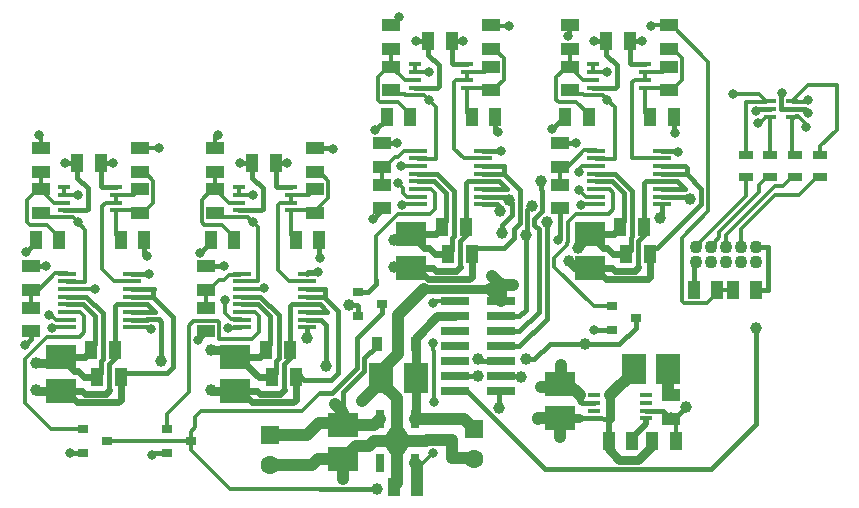
<source format=gtl>
G04 #@! TF.GenerationSoftware,KiCad,Pcbnew,(5.0.0-rc2-dev-70-g2da7199a3)*
G04 #@! TF.CreationDate,2018-03-19T21:57:51-04:00*
G04 #@! TF.ProjectId,analog,616E616C6F672E6B696361645F706362,rev?*
G04 #@! TF.SameCoordinates,Original*
G04 #@! TF.FileFunction,Copper,L1,Top,Signal*
G04 #@! TF.FilePolarity,Positive*
%FSLAX46Y46*%
G04 Gerber Fmt 4.6, Leading zero omitted, Abs format (unit mm)*
G04 Created by KiCad (PCBNEW (5.0.0-rc2-dev-70-g2da7199a3)) date 03/19/18 21:57:51*
%MOMM*%
%LPD*%
G01*
G04 APERTURE LIST*
%ADD10R,1.600000X1.600000*%
%ADD11C,1.600000*%
%ADD12R,1.100000X0.400000*%
%ADD13R,1.000000X1.500000*%
%ADD14R,1.500000X1.000000*%
%ADD15R,2.500000X2.000000*%
%ADD16R,2.000000X2.500000*%
%ADD17R,1.600000X0.350000*%
%ADD18R,2.400000X0.760000*%
%ADD19R,0.900000X1.200000*%
%ADD20R,1.300000X0.700000*%
%ADD21R,1.000000X0.400000*%
%ADD22R,0.900000X0.800000*%
%ADD23R,2.000000X0.800000*%
%ADD24C,0.750000*%
%ADD25C,1.000000*%
%ADD26R,0.700000X1.500000*%
%ADD27C,1.100000*%
%ADD28C,1.000000*%
%ADD29C,0.800000*%
%ADD30C,0.400000*%
%ADD31C,0.350000*%
%ADD32C,0.500000*%
%ADD33C,0.800000*%
%ADD34C,0.600000*%
%ADD35C,0.450000*%
G04 APERTURE END LIST*
D10*
X39300000Y-37800000D03*
D11*
X39300000Y-40300000D03*
X22000000Y-40800000D03*
D10*
X22000000Y-38300000D03*
D12*
X53900000Y-34925000D03*
X53900000Y-35575000D03*
X53900000Y-36225000D03*
X53900000Y-36875000D03*
X49500000Y-36875000D03*
X49500000Y-36225000D03*
X49500000Y-35575000D03*
X49500000Y-34925000D03*
X9000000Y-17325000D03*
X9000000Y-17975000D03*
X9000000Y-18625000D03*
X9000000Y-19275000D03*
X4600000Y-19275000D03*
X4600000Y-18625000D03*
X4600000Y-17975000D03*
X4600000Y-17325000D03*
D13*
X9400000Y-33400000D03*
X7400000Y-33400000D03*
X52500000Y-4900000D03*
X50500000Y-4900000D03*
X35400000Y-4900000D03*
X37400000Y-4900000D03*
X22500000Y-15300000D03*
X20500000Y-15300000D03*
X5700000Y-15300000D03*
X7700000Y-15300000D03*
D14*
X11000000Y-19500000D03*
X11000000Y-17500000D03*
X1800000Y-24000000D03*
X1800000Y-26000000D03*
D13*
X23700000Y-31100000D03*
X21700000Y-31100000D03*
X51700000Y-20700000D03*
X53700000Y-20700000D03*
X56200000Y-11400000D03*
X54200000Y-11400000D03*
X36600000Y-20700000D03*
X38600000Y-20700000D03*
X41100000Y-11400000D03*
X39100000Y-11400000D03*
X24200000Y-21800000D03*
X26200000Y-21800000D03*
D14*
X55800000Y-9100000D03*
X55800000Y-7100000D03*
X46600000Y-15600000D03*
X46600000Y-13600000D03*
D13*
X52700000Y-38800000D03*
X50700000Y-38800000D03*
X6900000Y-31100000D03*
X8900000Y-31100000D03*
D14*
X25800000Y-19500000D03*
X25800000Y-17500000D03*
X16600000Y-26000000D03*
X16600000Y-24000000D03*
X40700000Y-9100000D03*
X40700000Y-7100000D03*
X31500000Y-15600000D03*
X31500000Y-13600000D03*
D13*
X11400000Y-21800000D03*
X9400000Y-21800000D03*
D15*
X19100000Y-31650000D03*
X19100000Y-34550000D03*
X4300000Y-34550000D03*
X4300000Y-31650000D03*
D16*
X55750000Y-32700000D03*
X52850000Y-32700000D03*
D15*
X34000000Y-24150000D03*
X34000000Y-21250000D03*
X49100000Y-21250000D03*
X49100000Y-24150000D03*
D17*
X19625000Y-29175000D03*
X19625000Y-28525000D03*
X19625000Y-27875000D03*
X19625000Y-27225000D03*
X19625000Y-26575000D03*
X19625000Y-25925000D03*
X19625000Y-25275000D03*
X19625000Y-24625000D03*
X25175000Y-24625000D03*
X25175000Y-25275000D03*
X25175000Y-25925000D03*
X25175000Y-26575000D03*
X25175000Y-27225000D03*
X25175000Y-27875000D03*
X25175000Y-28525000D03*
X25175000Y-29175000D03*
X40075000Y-18775000D03*
X40075000Y-18125000D03*
X40075000Y-17475000D03*
X40075000Y-16825000D03*
X40075000Y-16175000D03*
X40075000Y-15525000D03*
X40075000Y-14875000D03*
X40075000Y-14225000D03*
X34525000Y-14225000D03*
X34525000Y-14875000D03*
X34525000Y-15525000D03*
X34525000Y-16175000D03*
X34525000Y-16825000D03*
X34525000Y-17475000D03*
X34525000Y-18125000D03*
X34525000Y-18775000D03*
X49625000Y-18775000D03*
X49625000Y-18125000D03*
X49625000Y-17475000D03*
X49625000Y-16825000D03*
X49625000Y-16175000D03*
X49625000Y-15525000D03*
X49625000Y-14875000D03*
X49625000Y-14225000D03*
X55175000Y-14225000D03*
X55175000Y-14875000D03*
X55175000Y-15525000D03*
X55175000Y-16175000D03*
X55175000Y-16825000D03*
X55175000Y-17475000D03*
X55175000Y-18125000D03*
X55175000Y-18775000D03*
X10375000Y-29175000D03*
X10375000Y-28525000D03*
X10375000Y-27875000D03*
X10375000Y-27225000D03*
X10375000Y-26575000D03*
X10375000Y-25925000D03*
X10375000Y-25275000D03*
X10375000Y-24625000D03*
X4825000Y-24625000D03*
X4825000Y-25275000D03*
X4825000Y-25925000D03*
X4825000Y-26575000D03*
X4825000Y-27225000D03*
X4825000Y-27875000D03*
X4825000Y-28525000D03*
X4825000Y-29175000D03*
D12*
X19400000Y-17325000D03*
X19400000Y-17975000D03*
X19400000Y-18625000D03*
X19400000Y-19275000D03*
X23800000Y-19275000D03*
X23800000Y-18625000D03*
X23800000Y-17975000D03*
X23800000Y-17325000D03*
X38700000Y-6925000D03*
X38700000Y-7575000D03*
X38700000Y-8225000D03*
X38700000Y-8875000D03*
X34300000Y-8875000D03*
X34300000Y-8225000D03*
X34300000Y-7575000D03*
X34300000Y-6925000D03*
X49400000Y-6925000D03*
X49400000Y-7575000D03*
X49400000Y-8225000D03*
X49400000Y-8875000D03*
X53800000Y-8875000D03*
X53800000Y-8225000D03*
X53800000Y-7575000D03*
X53800000Y-6925000D03*
D18*
X41550000Y-26990000D03*
X37650000Y-26990000D03*
X41550000Y-28260000D03*
X37650000Y-28260000D03*
X41550000Y-29530000D03*
X37650000Y-29530000D03*
X41550000Y-30800000D03*
X37650000Y-30800000D03*
X41550000Y-32070000D03*
X37650000Y-32070000D03*
X41550000Y-33340000D03*
X37650000Y-33340000D03*
X41550000Y-34610000D03*
X37650000Y-34610000D03*
D19*
X34350000Y-30600000D03*
X31050000Y-30600000D03*
D20*
X66500000Y-16450000D03*
X66500000Y-14550000D03*
X62300000Y-14550000D03*
X62300000Y-16450000D03*
X64400000Y-16450000D03*
X64400000Y-14550000D03*
X68600000Y-14550000D03*
X68600000Y-16450000D03*
D14*
X31500000Y-19100000D03*
X31500000Y-17100000D03*
D13*
X4200000Y-21800000D03*
X2200000Y-21800000D03*
X52200000Y-23000000D03*
X54200000Y-23000000D03*
D14*
X46600000Y-17100000D03*
X46600000Y-19100000D03*
D13*
X34500000Y-42700000D03*
X32500000Y-42700000D03*
X37100000Y-23000000D03*
X39100000Y-23000000D03*
X33900000Y-11400000D03*
X31900000Y-11400000D03*
X22200000Y-33400000D03*
X24200000Y-33400000D03*
D14*
X16600000Y-27500000D03*
X16600000Y-29500000D03*
D13*
X54400000Y-38800000D03*
X56400000Y-38800000D03*
D14*
X32300000Y-7100000D03*
X32300000Y-9100000D03*
D13*
X49000000Y-11400000D03*
X47000000Y-11400000D03*
X61200000Y-26000000D03*
X63200000Y-26000000D03*
D14*
X55800000Y-5600000D03*
X55800000Y-3600000D03*
X40700000Y-3600000D03*
X40700000Y-5600000D03*
X32300000Y-5600000D03*
X32300000Y-3600000D03*
X17400000Y-19500000D03*
X17400000Y-17500000D03*
X25800000Y-16000000D03*
X25800000Y-14000000D03*
X17400000Y-14000000D03*
X17400000Y-16000000D03*
X56000000Y-34900000D03*
X56000000Y-36900000D03*
D13*
X59900000Y-26000000D03*
X57900000Y-26000000D03*
D14*
X47400000Y-9100000D03*
X47400000Y-7100000D03*
X1800000Y-29500000D03*
X1800000Y-27500000D03*
D13*
X19000000Y-21800000D03*
X17000000Y-21800000D03*
D14*
X2600000Y-17500000D03*
X2600000Y-19500000D03*
X11000000Y-14000000D03*
X11000000Y-16000000D03*
X2600000Y-14000000D03*
X2600000Y-16000000D03*
X47400000Y-3600000D03*
X47400000Y-5600000D03*
D15*
X46600000Y-36850000D03*
X46600000Y-33950000D03*
D16*
X34350000Y-33500000D03*
X31450000Y-33500000D03*
D15*
X28200000Y-37450000D03*
X28200000Y-40350000D03*
D21*
X64350000Y-11350000D03*
X64350000Y-10050000D03*
X66250000Y-10700000D03*
X66250000Y-10050000D03*
X66250000Y-11350000D03*
X64350000Y-10700000D03*
D22*
X6200000Y-37800000D03*
X6200000Y-39800000D03*
X8200000Y-38800000D03*
X15300000Y-38800000D03*
X13300000Y-39800000D03*
X13300000Y-37800000D03*
X29500000Y-26200000D03*
X29500000Y-28200000D03*
X31500000Y-27200000D03*
X53000000Y-28400000D03*
X51000000Y-29400000D03*
X51000000Y-27400000D03*
D23*
X32800000Y-38800000D03*
D24*
X32800000Y-39575000D03*
D25*
G36*
X33800000Y-39200000D02*
X33300000Y-39950000D01*
X32300000Y-39950000D01*
X31800000Y-39200000D01*
X33800000Y-39200000D01*
X33800000Y-39200000D01*
G37*
D13*
X32800000Y-36950000D03*
D26*
X34300000Y-40650000D03*
D13*
X32800000Y-40650000D03*
D26*
X31300000Y-40650000D03*
X34300000Y-36950000D03*
X31300000Y-36950000D03*
D24*
X32800000Y-38025000D03*
D25*
G36*
X31800000Y-38400000D02*
X32300000Y-37650000D01*
X33300000Y-37650000D01*
X33800000Y-38400000D01*
X31800000Y-38400000D01*
X31800000Y-38400000D01*
G37*
D27*
X63140000Y-22365000D03*
X63140000Y-23635000D03*
X61870000Y-22365000D03*
X61870000Y-23635000D03*
X60600000Y-22365000D03*
X60600000Y-23635000D03*
X59330000Y-22365000D03*
X59330000Y-23635000D03*
X58060000Y-22365000D03*
X58060000Y-23635000D03*
D28*
X57210960Y-35926813D03*
D29*
X33100000Y-15500000D03*
X48200000Y-16000000D03*
X21532902Y-25831664D03*
X7200000Y-25900000D03*
D28*
X23600000Y-38300000D03*
X48063598Y-22449988D03*
X44990821Y-34261681D03*
X32500012Y-21823062D03*
X46636404Y-32336404D03*
X26200000Y-37300000D03*
X27500000Y-35700000D03*
D29*
X18100000Y-24000000D03*
D28*
X17054502Y-31099990D03*
D29*
X63200000Y-10875010D03*
D28*
X23600000Y-40800000D03*
D29*
X46444791Y-21812280D03*
D28*
X40800000Y-24800000D03*
X42600000Y-25599998D03*
X28700000Y-27300000D03*
X28200000Y-41999990D03*
D29*
X26292286Y-23339100D03*
X30765692Y-19965694D03*
X26099990Y-24513154D03*
D28*
X29805407Y-35400032D03*
X32500012Y-24100000D03*
X47369783Y-23590043D03*
D29*
X15919279Y-30244179D03*
D28*
X26100000Y-40300000D03*
X34700000Y-38800000D03*
X44700000Y-36900000D03*
X46600000Y-38500000D03*
D29*
X1300000Y-30700000D03*
X67600000Y-11000000D03*
X65381634Y-9376387D03*
X12000000Y-40000000D03*
X30900000Y-12499998D03*
X56290908Y-12699992D03*
X56567761Y-14356636D03*
X41356700Y-12627066D03*
X41600000Y-14250012D03*
X45900000Y-12400000D03*
X16100000Y-22899986D03*
X1400000Y-22800000D03*
X49500000Y-29400000D03*
X35817119Y-39817858D03*
X35900000Y-35500000D03*
X35800004Y-27100000D03*
X35800000Y-30500000D03*
X67600000Y-9900000D03*
X47300000Y-4499998D03*
X32975661Y-2875010D03*
X67400000Y-12200000D03*
X63352756Y-11863286D03*
X17600000Y-12900000D03*
X61200000Y-9399999D03*
X2500000Y-12900000D03*
X54299999Y-3700000D03*
X42300000Y-3700000D03*
X12600000Y-14000000D03*
X27400000Y-14100000D03*
D28*
X48700000Y-30600000D03*
X31100000Y-42900000D03*
X43700000Y-31900000D03*
X39600000Y-33300000D03*
X41513477Y-19320488D03*
X44189595Y-18872822D03*
X43700000Y-21400001D03*
X25200000Y-30100000D03*
X55088577Y-19961385D03*
D29*
X11944267Y-29300010D03*
D28*
X63200000Y-29200000D03*
X57610971Y-18337762D03*
X45000000Y-16800000D03*
D29*
X48151823Y-17510699D03*
X32900000Y-17000000D03*
X18200000Y-26900000D03*
X3300000Y-28100000D03*
D28*
X45442394Y-20224833D03*
D29*
X3535757Y-29224990D03*
X18500011Y-29224990D03*
D28*
X42260372Y-18381246D03*
X41699998Y-21200012D03*
X41400000Y-36000000D03*
X26802414Y-32432415D03*
X43300000Y-33400000D03*
X39654530Y-31871510D03*
X12800000Y-32000002D03*
D29*
X48335757Y-18824990D03*
X50574990Y-7600000D03*
X50600000Y-9900000D03*
X49500000Y-4900000D03*
X53500000Y-4900000D03*
X47900000Y-13600000D03*
X33235757Y-18824990D03*
X35474990Y-7600000D03*
X35500000Y-9900000D03*
X34400000Y-4900000D03*
X38400000Y-4900000D03*
X32800000Y-13600000D03*
X20574990Y-18000000D03*
X20600000Y-20300000D03*
D28*
X17000000Y-34500000D03*
D29*
X19500000Y-15300000D03*
X23500000Y-15300000D03*
D28*
X2200000Y-32200006D03*
D29*
X3100000Y-24000000D03*
X8700000Y-15300000D03*
X5100000Y-39800000D03*
X11600000Y-23100000D03*
X11800000Y-24650012D03*
X4700000Y-15300000D03*
D28*
X2200000Y-34500000D03*
D29*
X5800000Y-20300000D03*
X5774990Y-18000000D03*
D30*
X56000000Y-36900000D02*
X56250000Y-36900000D01*
X57210960Y-35939040D02*
X57210960Y-35926813D01*
X56250000Y-36900000D02*
X57210960Y-35939040D01*
D31*
X34525000Y-15525000D02*
X33125000Y-15525000D01*
X33125000Y-15525000D02*
X33100000Y-15500000D01*
X48475000Y-15525000D02*
X48200000Y-15800000D01*
X48200000Y-15800000D02*
X48200000Y-16000000D01*
X49625000Y-15525000D02*
X48475000Y-15525000D01*
X19625000Y-25925000D02*
X21439566Y-25925000D01*
X21439566Y-25925000D02*
X21532902Y-25831664D01*
D30*
X53900000Y-36225000D02*
X55325000Y-36225000D01*
X55325000Y-36225000D02*
X56000000Y-36900000D01*
D31*
X56400000Y-38800000D02*
X56400000Y-37300000D01*
X56400000Y-37300000D02*
X56000000Y-36900000D01*
D32*
X56000000Y-36900000D02*
X56000000Y-36600000D01*
D31*
X7175000Y-25925000D02*
X7200000Y-25900000D01*
X4825000Y-25925000D02*
X7175000Y-25925000D01*
D25*
X23600000Y-38300000D02*
X25200000Y-38300000D01*
X25200000Y-38300000D02*
X26200000Y-37300000D01*
X22100000Y-38300000D02*
X23600000Y-38300000D01*
D33*
X48563597Y-21949989D02*
X48063598Y-22449988D01*
X49100000Y-21250000D02*
X49100000Y-21413586D01*
X49100000Y-21413586D02*
X48563597Y-21949989D01*
D34*
X19350000Y-31650000D02*
X21100000Y-33400000D01*
X19100000Y-31650000D02*
X19350000Y-31650000D01*
X21100000Y-33400000D02*
X22200000Y-33400000D01*
D35*
X28200000Y-36000000D02*
X28200000Y-37450000D01*
X30024999Y-31775001D02*
X30024999Y-32858900D01*
X31050000Y-30600000D02*
X31050000Y-30750000D01*
X31050000Y-30750000D02*
X30024999Y-31775001D01*
X30024999Y-32858900D02*
X28200000Y-34683899D01*
X28200000Y-34683899D02*
X28200000Y-36000000D01*
D25*
X46288319Y-34261681D02*
X45697927Y-34261681D01*
X46600000Y-33950000D02*
X46288319Y-34261681D01*
X45697927Y-34261681D02*
X44990821Y-34261681D01*
D33*
X34000000Y-21250000D02*
X33073074Y-21250000D01*
X33000011Y-21323063D02*
X32500012Y-21823062D01*
X33073074Y-21250000D02*
X33000011Y-21323063D01*
D25*
X46636404Y-33913596D02*
X46636404Y-33043510D01*
X46636404Y-33043510D02*
X46636404Y-32336404D01*
X46600000Y-33950000D02*
X46636404Y-33913596D01*
X28050000Y-37300000D02*
X26907106Y-37300000D01*
X26907106Y-37300000D02*
X26200000Y-37300000D01*
X28200000Y-37450000D02*
X28050000Y-37300000D01*
X28200000Y-36400000D02*
X27999999Y-36199999D01*
X27999999Y-36199999D02*
X27500000Y-35700000D01*
X28200000Y-37450000D02*
X28200000Y-36400000D01*
D35*
X16600000Y-24000000D02*
X18100000Y-24000000D01*
D33*
X19100000Y-31650000D02*
X18549990Y-31099990D01*
X18549990Y-31099990D02*
X17761608Y-31099990D01*
X17761608Y-31099990D02*
X17054502Y-31099990D01*
D35*
X22549990Y-33050010D02*
X22549990Y-32030758D01*
X22200000Y-33400000D02*
X22549990Y-33050010D01*
X22549990Y-32030758D02*
X22774999Y-31805749D01*
X22774999Y-31805749D02*
X22774999Y-28174999D01*
X22774999Y-28174999D02*
X21175000Y-26575000D01*
X21175000Y-26575000D02*
X19625000Y-26575000D01*
D25*
X28200000Y-37450000D02*
X30800000Y-37450000D01*
X30800000Y-37450000D02*
X31300000Y-36950000D01*
D32*
X48249999Y-34949999D02*
X48249999Y-35374999D01*
X48249999Y-35374999D02*
X48450000Y-35575000D01*
D30*
X48450000Y-35575000D02*
X49500000Y-35575000D01*
D25*
X47250000Y-33950000D02*
X48249999Y-34949999D01*
X46600000Y-33950000D02*
X47250000Y-33950000D01*
D35*
X64350000Y-10700000D02*
X63375010Y-10700000D01*
X63375010Y-10700000D02*
X63200000Y-10875010D01*
X57900000Y-26000000D02*
X57900000Y-23795000D01*
X57900000Y-23795000D02*
X58060000Y-23635000D01*
D31*
X58235000Y-22365000D02*
X58404999Y-22195001D01*
X58060000Y-22365000D02*
X58235000Y-22365000D01*
X58404999Y-22195001D02*
X58404999Y-21920999D01*
X58404999Y-21920999D02*
X62300000Y-18025998D01*
X62300000Y-18025998D02*
X62300000Y-16450000D01*
X60049990Y-21110858D02*
X63400000Y-17760849D01*
X60049990Y-21546008D02*
X60049990Y-21110858D01*
X59674999Y-21920999D02*
X60049990Y-21546008D01*
X59674999Y-22325001D02*
X59674999Y-21920999D01*
X63400000Y-17760849D02*
X63400000Y-17150000D01*
X59330000Y-22365000D02*
X59635000Y-22365000D01*
X59635000Y-22365000D02*
X59674999Y-22325001D01*
X63400000Y-17150000D02*
X64100000Y-16450000D01*
X64100000Y-16450000D02*
X64400000Y-16450000D01*
X66200000Y-16450000D02*
X66500000Y-16450000D01*
X64763678Y-17175001D02*
X65474999Y-17175001D01*
X60600000Y-22365000D02*
X60600000Y-21338679D01*
X60600000Y-21338679D02*
X64763678Y-17175001D01*
X65474999Y-17175001D02*
X66200000Y-16450000D01*
X61870000Y-20846512D02*
X64770522Y-17945990D01*
X61870000Y-22365000D02*
X61870000Y-20846512D01*
X64770522Y-17945990D02*
X66804010Y-17945990D01*
X66804010Y-17945990D02*
X68300000Y-16450000D01*
X68300000Y-16450000D02*
X68600000Y-16450000D01*
D25*
X35206975Y-38800000D02*
X35289118Y-38717857D01*
X34700000Y-38800000D02*
X35206975Y-38800000D01*
X35289118Y-38717857D02*
X37400000Y-38717857D01*
X37400000Y-38717857D02*
X37400000Y-40200000D01*
X37400000Y-40200000D02*
X39200000Y-40200000D01*
X23600000Y-40800000D02*
X25600000Y-40800000D01*
X25600000Y-40800000D02*
X26100000Y-40300000D01*
X22100000Y-40800000D02*
X23600000Y-40800000D01*
D35*
X58535972Y-17435972D02*
X58535972Y-18724031D01*
X58535972Y-18724031D02*
X54760003Y-22500000D01*
X54760003Y-22500000D02*
X54200000Y-22500000D01*
X57300000Y-16200000D02*
X58535972Y-17435972D01*
X42725001Y-20844001D02*
X42725001Y-21644001D01*
X43185374Y-20383628D02*
X42725001Y-20844001D01*
X43185374Y-17585374D02*
X43185374Y-20383628D01*
X41800000Y-16200000D02*
X43185374Y-17585374D01*
X42725001Y-21644001D02*
X41869002Y-22500000D01*
X41869002Y-22500000D02*
X39100000Y-22500000D01*
X40075000Y-17475000D02*
X42075000Y-17475000D01*
X42075000Y-17475000D02*
X41425000Y-16825000D01*
X41425000Y-16825000D02*
X40075000Y-16825000D01*
X46600000Y-21657071D02*
X46444791Y-21812280D01*
X46600000Y-19100000D02*
X46600000Y-21657071D01*
X57175000Y-17475000D02*
X56525000Y-16825000D01*
X55175000Y-17475000D02*
X57175000Y-17475000D01*
X56525000Y-16825000D02*
X55175000Y-16825000D01*
X12275000Y-27875000D02*
X11625000Y-27225000D01*
X10375000Y-27875000D02*
X12275000Y-27875000D01*
X11625000Y-27225000D02*
X10375000Y-27225000D01*
X26875000Y-27875000D02*
X26225000Y-27225000D01*
X25175000Y-27875000D02*
X26875000Y-27875000D01*
X26225000Y-27225000D02*
X25175000Y-27225000D01*
D25*
X31450000Y-32889998D02*
X32900000Y-31439998D01*
X31450000Y-33500000D02*
X31450000Y-32889998D01*
X32900000Y-31439998D02*
X32900000Y-28100000D01*
X32900000Y-28100000D02*
X34300023Y-26699977D01*
X34300023Y-26699977D02*
X35090001Y-25909999D01*
X41550000Y-26990000D02*
X41550000Y-25610000D01*
X41299999Y-25299999D02*
X40800000Y-24800000D01*
X41550000Y-25550000D02*
X41299999Y-25299999D01*
X41550000Y-25610000D02*
X41550000Y-25550000D01*
X41560002Y-25599998D02*
X41892894Y-25599998D01*
X41892894Y-25599998D02*
X42600000Y-25599998D01*
X41550000Y-25610000D02*
X41560002Y-25599998D01*
D30*
X29500000Y-27400000D02*
X29400000Y-27300000D01*
X29400000Y-27300000D02*
X28700000Y-27300000D01*
X29500000Y-28200000D02*
X29500000Y-27400000D01*
D35*
X32800000Y-38800000D02*
X32800000Y-38025000D01*
X32800000Y-39575000D02*
X32800000Y-38800000D01*
X32800000Y-40650000D02*
X32800000Y-39575000D01*
D25*
X28200000Y-40350000D02*
X28200000Y-41999990D01*
D35*
X27191100Y-33625002D02*
X24925002Y-33625002D01*
X27774989Y-33041113D02*
X27191100Y-33625002D01*
X24925002Y-33625002D02*
X24200000Y-32900000D01*
X27774989Y-27774989D02*
X27774989Y-33041113D01*
X26700000Y-26700000D02*
X27774989Y-27774989D01*
X26200000Y-21800000D02*
X26200000Y-23246814D01*
X26200000Y-23246814D02*
X26292286Y-23339100D01*
X31500000Y-19231386D02*
X31165691Y-19565695D01*
X31165691Y-19565695D02*
X30765692Y-19965694D01*
X31500000Y-19100000D02*
X31500000Y-19231386D01*
X25175000Y-24625000D02*
X25286846Y-24513154D01*
X25534305Y-24513154D02*
X26099990Y-24513154D01*
X25286846Y-24513154D02*
X25534305Y-24513154D01*
D25*
X31450000Y-33755439D02*
X30305406Y-34900033D01*
X31450000Y-33500000D02*
X31450000Y-33755439D01*
X30305406Y-34900033D02*
X29805407Y-35400032D01*
D33*
X33950000Y-24100000D02*
X33207118Y-24100000D01*
X34000000Y-24150000D02*
X33950000Y-24100000D01*
X33207118Y-24100000D02*
X32500012Y-24100000D01*
X49100000Y-24150000D02*
X47929740Y-24150000D01*
X47929740Y-24150000D02*
X47869782Y-24090042D01*
X47869782Y-24090042D02*
X47369783Y-23590043D01*
D35*
X9400000Y-32900000D02*
X9525002Y-33025002D01*
X13825001Y-28275001D02*
X12125000Y-26575000D01*
X13344001Y-33025001D02*
X13825001Y-32544001D01*
X13825001Y-32544001D02*
X13825001Y-28275001D01*
X9525002Y-33025002D02*
X13344001Y-33025001D01*
X16600000Y-29500000D02*
X16600000Y-29563458D01*
X16319278Y-29844180D02*
X15919279Y-30244179D01*
X16600000Y-29563458D02*
X16319278Y-29844180D01*
D33*
X35100000Y-25900000D02*
X40680002Y-25900000D01*
X35090001Y-25909999D02*
X35100000Y-25900000D01*
X40680002Y-25900000D02*
X40690001Y-25909999D01*
D25*
X40690001Y-25909999D02*
X41550000Y-26769998D01*
X41550000Y-26769998D02*
X41550000Y-26990000D01*
X26150000Y-40350000D02*
X26100000Y-40300000D01*
X28200000Y-40350000D02*
X26150000Y-40350000D01*
X32800000Y-36950000D02*
X32800000Y-35200000D01*
X32800000Y-35200000D02*
X31450000Y-33850000D01*
X31450000Y-33850000D02*
X31450000Y-33500000D01*
X32800000Y-38800000D02*
X34700000Y-38800000D01*
X32800000Y-40650000D02*
X32800000Y-42400000D01*
X32800000Y-42400000D02*
X32500000Y-42700000D01*
X28200000Y-40350000D02*
X29350001Y-39199999D01*
X29350001Y-39199999D02*
X30400001Y-39199999D01*
X30400001Y-39199999D02*
X30800000Y-38800000D01*
X30800000Y-38800000D02*
X32800000Y-38800000D01*
X44750000Y-36850000D02*
X44700000Y-36900000D01*
X46600000Y-36850000D02*
X44750000Y-36850000D01*
X46600000Y-36850000D02*
X46600000Y-38500000D01*
D33*
X50700000Y-39500000D02*
X51600000Y-40400000D01*
X50700000Y-38800000D02*
X50700000Y-39500000D01*
X51600000Y-40400000D02*
X53200000Y-40400000D01*
X53200000Y-40400000D02*
X54400000Y-39200000D01*
X54400000Y-39200000D02*
X54400000Y-38800000D01*
D32*
X51000000Y-36900000D02*
X50700000Y-37200000D01*
X50700000Y-37200000D02*
X50700000Y-38800000D01*
D30*
X49500000Y-36875000D02*
X48200000Y-36875000D01*
D33*
X46600000Y-36850000D02*
X48175000Y-36850000D01*
X50850000Y-36750000D02*
X50850000Y-34950000D01*
D25*
X50850000Y-34950000D02*
X52850000Y-32950000D01*
X52850000Y-32950000D02*
X52850000Y-32700000D01*
D30*
X49500000Y-36875000D02*
X51000000Y-36900000D01*
D35*
X1800000Y-30200000D02*
X1300000Y-30700000D01*
X1800000Y-29500000D02*
X1800000Y-30200000D01*
X46600000Y-11800000D02*
X46500000Y-11800000D01*
X47000000Y-11400000D02*
X46600000Y-11800000D01*
X46500000Y-11800000D02*
X45900000Y-12400000D01*
X31900000Y-11400000D02*
X31900000Y-11500000D01*
X31900000Y-11500000D02*
X30900000Y-12500000D01*
X64150000Y-26000000D02*
X64150000Y-22365000D01*
X63200000Y-26000000D02*
X64150000Y-26000000D01*
X64150000Y-22365000D02*
X63140000Y-22365000D01*
X67300000Y-10700000D02*
X67600000Y-11000000D01*
X66250000Y-10700000D02*
X67300000Y-10700000D01*
X65300000Y-10700000D02*
X65275001Y-10675001D01*
X66250000Y-10700000D02*
X65300000Y-10700000D01*
X65275001Y-10675001D02*
X65275001Y-9483020D01*
X65275001Y-9483020D02*
X65381634Y-9376387D01*
X56436125Y-14225000D02*
X56567761Y-14356636D01*
X55175000Y-14225000D02*
X56436125Y-14225000D01*
X56200000Y-12609084D02*
X56290908Y-12699992D01*
X56200000Y-11400000D02*
X56200000Y-12609084D01*
X41100000Y-11400000D02*
X41100000Y-12600000D01*
X41127066Y-12627066D02*
X41356700Y-12627066D01*
X41574988Y-14225000D02*
X41600000Y-14250012D01*
X40075000Y-14225000D02*
X41574988Y-14225000D01*
X41100000Y-12600000D02*
X41127066Y-12627066D01*
X57300000Y-16200000D02*
X57275000Y-16175000D01*
X57275000Y-16175000D02*
X55175000Y-16175000D01*
X57300000Y-15650000D02*
X57300000Y-16200000D01*
X57175000Y-15525000D02*
X57300000Y-15650000D01*
X55175000Y-15525000D02*
X57175000Y-15525000D01*
X41800000Y-16200000D02*
X41775000Y-16175000D01*
X41775000Y-16175000D02*
X40075000Y-16175000D01*
X41800000Y-15550000D02*
X41800000Y-16200000D01*
X41775000Y-15525000D02*
X41800000Y-15550000D01*
X40075000Y-15525000D02*
X41775000Y-15525000D01*
X17000000Y-21999986D02*
X16499999Y-22499987D01*
X16499999Y-22499987D02*
X16100000Y-22899986D01*
X17000000Y-21800000D02*
X17000000Y-21999986D01*
X2200000Y-22000000D02*
X1799999Y-22400001D01*
X1799999Y-22400001D02*
X1400000Y-22800000D01*
X2200000Y-21800000D02*
X2200000Y-22000000D01*
X49900000Y-29400000D02*
X49500000Y-29400000D01*
X12100000Y-39800000D02*
X12000000Y-39900000D01*
X12200000Y-39800000D02*
X12100000Y-39800000D01*
X12175000Y-25925000D02*
X12125000Y-25975000D01*
X10375000Y-25925000D02*
X12175000Y-25925000D01*
X12125000Y-25975000D02*
X12125000Y-26575000D01*
X26700000Y-26700000D02*
X26575000Y-26575000D01*
X26575000Y-26575000D02*
X25175000Y-26575000D01*
X26700000Y-25950000D02*
X26700000Y-26700000D01*
X26675000Y-25925000D02*
X26700000Y-25950000D01*
X25175000Y-25925000D02*
X26675000Y-25925000D01*
D25*
X39300000Y-37800000D02*
X38450000Y-36950000D01*
X34300000Y-36950000D02*
X38450000Y-36950000D01*
D33*
X36198560Y-28260000D02*
X34350000Y-30108560D01*
X37650000Y-28260000D02*
X36198560Y-28260000D01*
X34350000Y-30108560D02*
X34350000Y-30600000D01*
X34350000Y-33900000D02*
X34350000Y-36900000D01*
X34350000Y-36900000D02*
X34300000Y-36950000D01*
X34350000Y-30600000D02*
X34350000Y-33900000D01*
D31*
X35000000Y-40650000D02*
X35817119Y-39832881D01*
X34300000Y-40650000D02*
X35000000Y-40650000D01*
X35800000Y-39615054D02*
X35800000Y-39800739D01*
X35817119Y-39832881D02*
X35817119Y-39817858D01*
X35800000Y-39800739D02*
X35817119Y-39817858D01*
X35900000Y-31165685D02*
X35900000Y-35500000D01*
X35800000Y-30500000D02*
X35800000Y-31065685D01*
X35800000Y-31065685D02*
X35900000Y-31165685D01*
X35910004Y-26990000D02*
X35800004Y-27100000D01*
X37650000Y-26990000D02*
X35910004Y-26990000D01*
D25*
X34500000Y-40850000D02*
X34500000Y-42600000D01*
X34300000Y-40650000D02*
X34500000Y-40850000D01*
X34500000Y-42600000D02*
X34500000Y-42700000D01*
D31*
X46100000Y-24075002D02*
X46100000Y-23312535D01*
X51099999Y-17799999D02*
X50775000Y-17475000D01*
X47246648Y-21971934D02*
X47246648Y-20278353D01*
X49424998Y-27400000D02*
X46100000Y-24075002D01*
X46100000Y-23312535D02*
X47188596Y-22223939D01*
X47246648Y-20278353D02*
X47925001Y-19600000D01*
X50775000Y-17475000D02*
X49625000Y-17475000D01*
X47188596Y-22029986D02*
X47246648Y-21971934D01*
X50700000Y-19600000D02*
X51099999Y-19200001D01*
X51000000Y-27400000D02*
X49424998Y-27400000D01*
X47925001Y-19600000D02*
X50700000Y-19600000D01*
X51099999Y-19200001D02*
X51099999Y-17799999D01*
X47188596Y-22223939D02*
X47188596Y-22029986D01*
X35999999Y-17799999D02*
X35675000Y-17475000D01*
X35999999Y-19200001D02*
X35999999Y-17799999D01*
X35600000Y-19600000D02*
X35999999Y-19200001D01*
X32825001Y-19600000D02*
X35600000Y-19600000D01*
X35675000Y-17475000D02*
X34525000Y-17475000D01*
X31000000Y-25200000D02*
X31000000Y-21425001D01*
X31000000Y-21425001D02*
X32825001Y-19600000D01*
D30*
X29500000Y-26200000D02*
X30350000Y-26200000D01*
X30350000Y-26200000D02*
X31000000Y-25550000D01*
X31000000Y-25550000D02*
X31000000Y-25200000D01*
D31*
X15144278Y-34644278D02*
X13300000Y-36488556D01*
X13300000Y-36488556D02*
X13300000Y-37800000D01*
X15549999Y-28624999D02*
X17650001Y-28624999D01*
X20500001Y-30199999D02*
X21099999Y-29600001D01*
X17725001Y-30199999D02*
X20500001Y-30199999D01*
X17650001Y-28624999D02*
X17725001Y-28699999D01*
X20775000Y-27875000D02*
X19625000Y-27875000D01*
X21099999Y-29600001D02*
X21099999Y-28199999D01*
X17725001Y-28699999D02*
X17725001Y-30199999D01*
X15144278Y-29030720D02*
X15549999Y-28624999D01*
X21099999Y-28199999D02*
X20775000Y-27875000D01*
X15144278Y-34644278D02*
X15144278Y-29030720D01*
X3125001Y-30000000D02*
X5900000Y-30000000D01*
X6299999Y-29600001D02*
X6299999Y-28199999D01*
X5900000Y-30000000D02*
X6299999Y-29600001D01*
X5975000Y-27875000D02*
X4825000Y-27875000D01*
X1300000Y-31825001D02*
X3125001Y-30000000D01*
X3500000Y-37800000D02*
X1300000Y-35600000D01*
X6299999Y-28199999D02*
X5975000Y-27875000D01*
X6200000Y-37800000D02*
X3500000Y-37800000D01*
X1300000Y-35600000D02*
X1300000Y-31825001D01*
X67400000Y-10100000D02*
X66300000Y-10100000D01*
X67600000Y-9900000D02*
X67400000Y-10100000D01*
X66300000Y-10100000D02*
X66250000Y-10050000D01*
X67600000Y-8700000D02*
X70000000Y-8700000D01*
X66250000Y-10050000D02*
X67600000Y-8700000D01*
X70000000Y-8700000D02*
X70000000Y-12450000D01*
X70000000Y-12450000D02*
X68600000Y-13850000D01*
X68600000Y-13850000D02*
X68600000Y-14550000D01*
X47400000Y-4399998D02*
X47300000Y-4499998D01*
X47400000Y-3600000D02*
X47400000Y-4399998D01*
X32300000Y-3550671D02*
X32575662Y-3275009D01*
X32300000Y-3600000D02*
X32300000Y-3550671D01*
X32575662Y-3275009D02*
X32975661Y-2875010D01*
X67400000Y-12000000D02*
X66700000Y-11300000D01*
X67400000Y-12200000D02*
X67400000Y-12000000D01*
X66700000Y-11300000D02*
X66550000Y-11300000D01*
X66550000Y-11300000D02*
X66250000Y-11600000D01*
X66250000Y-11600000D02*
X66250000Y-14300000D01*
X66250000Y-11350000D02*
X66250000Y-11600000D01*
X66250000Y-14300000D02*
X66500000Y-14550000D01*
X64350000Y-11350000D02*
X64050000Y-11350000D01*
X64050000Y-11350000D02*
X63500000Y-11900000D01*
X63500000Y-11900000D02*
X63389470Y-11900000D01*
X63389470Y-11900000D02*
X63352756Y-11863286D01*
X17400000Y-13100000D02*
X17600000Y-12900000D01*
X17400000Y-14000000D02*
X17400000Y-13100000D01*
X64350000Y-12600000D02*
X64350000Y-14500000D01*
X64350000Y-11350000D02*
X64350000Y-12600000D01*
X64350000Y-14500000D02*
X64400000Y-14550000D01*
X64700000Y-14550000D02*
X64400000Y-14550000D01*
X63399999Y-9399999D02*
X61765685Y-9399999D01*
X64050000Y-10050000D02*
X63399999Y-9399999D01*
X61765685Y-9399999D02*
X61200000Y-9399999D01*
X64000000Y-10100000D02*
X64050000Y-10050000D01*
X62300000Y-14550000D02*
X62300000Y-10152996D01*
X62300000Y-10152996D02*
X62352996Y-10100000D01*
X62352996Y-10100000D02*
X64000000Y-10100000D01*
X64350000Y-10050000D02*
X64050000Y-10050000D01*
X2600000Y-13000000D02*
X2500000Y-12900000D01*
X2600000Y-14000000D02*
X2600000Y-13000000D01*
D32*
X52700000Y-38800000D02*
X52700000Y-38550000D01*
X52700000Y-38550000D02*
X53900000Y-37350000D01*
X53900000Y-37350000D02*
X53900000Y-36925010D01*
D31*
X59024999Y-27125001D02*
X59900000Y-26250000D01*
X55800000Y-3600000D02*
X56050000Y-3600000D01*
X59900000Y-26250000D02*
X59900000Y-26000000D01*
X56050000Y-3600000D02*
X59135983Y-6685983D01*
X59135983Y-6685983D02*
X59135983Y-19364017D01*
X57099999Y-27125001D02*
X59024999Y-27125001D01*
X56900000Y-26925002D02*
X57099999Y-27125001D01*
X56900000Y-21600000D02*
X56900000Y-26925002D01*
X59135983Y-19364017D02*
X56900000Y-21600000D01*
D30*
X25800000Y-14000000D02*
X27300000Y-14000000D01*
X27300000Y-14000000D02*
X27400000Y-14100000D01*
D31*
X55800000Y-3600000D02*
X54399999Y-3600000D01*
X54399999Y-3600000D02*
X54299999Y-3700000D01*
X42300000Y-3700000D02*
X40800000Y-3700000D01*
X40800000Y-3700000D02*
X40700000Y-3600000D01*
X11000000Y-14000000D02*
X12600000Y-14000000D01*
X59900000Y-26000000D02*
X61200000Y-26000000D01*
X20600000Y-20300000D02*
X20999999Y-20699999D01*
X20999999Y-20699999D02*
X20999999Y-25252999D01*
X20977998Y-25275000D02*
X20775000Y-25275000D01*
X20775000Y-25275000D02*
X19625000Y-25275000D01*
X20999999Y-25252999D02*
X20977998Y-25275000D01*
X16200000Y-36300000D02*
X24700000Y-36300000D01*
X24700000Y-36300000D02*
X26300000Y-34700000D01*
X15700000Y-36800000D02*
X16200000Y-36300000D01*
X15700000Y-37650000D02*
X15700000Y-36800000D01*
X15300000Y-38800000D02*
X15300000Y-38050000D01*
X15300000Y-38050000D02*
X15700000Y-37650000D01*
D30*
X26400000Y-42900000D02*
X30700000Y-42900000D01*
X26300000Y-42900000D02*
X26400000Y-42900000D01*
D31*
X15300000Y-38800000D02*
X15300000Y-39550000D01*
X15300000Y-39550000D02*
X18650000Y-42900000D01*
X18650000Y-42900000D02*
X26400000Y-42900000D01*
X8200000Y-38800000D02*
X9000000Y-38800000D01*
X9000000Y-38800000D02*
X15300000Y-38800000D01*
D30*
X48700000Y-30600000D02*
X51600000Y-30600000D01*
X45707106Y-30600000D02*
X48700000Y-30600000D01*
X30700000Y-42900000D02*
X31100000Y-42900000D01*
X51600000Y-30600000D02*
X53000000Y-29200000D01*
X53000000Y-29200000D02*
X53000000Y-28400000D01*
X43700000Y-31900000D02*
X44407106Y-31900000D01*
X44407106Y-31900000D02*
X45707106Y-30600000D01*
X39560000Y-33340000D02*
X39600000Y-33300000D01*
X37650000Y-33340000D02*
X39560000Y-33340000D01*
X31500000Y-28000000D02*
X31500000Y-27200000D01*
X29399988Y-30100012D02*
X31500000Y-28000000D01*
X27300000Y-34700000D02*
X29399988Y-32600012D01*
X29399988Y-32600012D02*
X29399988Y-30100012D01*
X26300000Y-34700000D02*
X27300000Y-34700000D01*
X43810385Y-19252032D02*
X44189595Y-18872822D01*
X43810385Y-21289616D02*
X43810385Y-19252032D01*
X43700000Y-21400001D02*
X43810385Y-21289616D01*
X40075000Y-18775000D02*
X41275000Y-18775000D01*
X41513477Y-19013477D02*
X41513477Y-19320488D01*
X41275000Y-18775000D02*
X41513477Y-19013477D01*
X41550000Y-28260000D02*
X43150000Y-28260000D01*
X43700000Y-27710000D02*
X43700000Y-22107107D01*
X43150000Y-28260000D02*
X43700000Y-27710000D01*
X43700000Y-22107107D02*
X43700000Y-21400001D01*
X25175000Y-30075000D02*
X25200000Y-30100000D01*
X25175000Y-29175000D02*
X25175000Y-30075000D01*
X55175000Y-19874962D02*
X55088577Y-19961385D01*
X55175000Y-18775000D02*
X55175000Y-19874962D01*
D31*
X11819257Y-29175000D02*
X11944267Y-29300010D01*
X10375000Y-29175000D02*
X11819257Y-29175000D01*
D30*
X38710000Y-34610000D02*
X45300000Y-41200000D01*
X37650000Y-34610000D02*
X38710000Y-34610000D01*
X45300000Y-41200000D02*
X59400000Y-41200000D01*
X59400000Y-41200000D02*
X63200000Y-37400000D01*
X63200000Y-37400000D02*
X63200000Y-29907106D01*
X63200000Y-29907106D02*
X63200000Y-29200000D01*
X57398209Y-18125000D02*
X57610971Y-18337762D01*
X55175000Y-18125000D02*
X57398209Y-18125000D01*
X44410396Y-19984023D02*
X45089596Y-19304823D01*
X41550000Y-29530000D02*
X43150000Y-29530000D01*
X43150000Y-29530000D02*
X44800001Y-27879999D01*
X45089596Y-17596702D02*
X45000000Y-17507106D01*
X45000000Y-17507106D02*
X45000000Y-16800000D01*
X45089596Y-19304823D02*
X45089596Y-17596702D01*
X44410396Y-20478394D02*
X44410396Y-19984023D01*
X44800001Y-20867999D02*
X44410396Y-20478394D01*
X44800001Y-27879999D02*
X44800001Y-20867999D01*
D31*
X19549989Y-28449989D02*
X18684304Y-28449989D01*
X19625000Y-28525000D02*
X19549989Y-28449989D01*
X18200000Y-27465685D02*
X18200000Y-26900000D01*
X18200000Y-27965685D02*
X18200000Y-27465685D01*
X18684304Y-28449989D02*
X18200000Y-27965685D01*
X48551822Y-17910698D02*
X48151823Y-17510699D01*
X48766124Y-18125000D02*
X48551822Y-17910698D01*
X49625000Y-18125000D02*
X48766124Y-18125000D01*
X33625000Y-18125000D02*
X33299999Y-17799999D01*
X33299999Y-17399999D02*
X32900000Y-17000000D01*
X34525000Y-18125000D02*
X33625000Y-18125000D01*
X33299999Y-17799999D02*
X33299999Y-17399999D01*
X3925002Y-28525000D02*
X3500002Y-28100000D01*
X3500002Y-28100000D02*
X3300000Y-28100000D01*
X4825000Y-28525000D02*
X3925002Y-28525000D01*
D30*
X43150000Y-30800000D02*
X45442394Y-28507606D01*
X41550000Y-30800000D02*
X43150000Y-30800000D01*
X45442394Y-20931939D02*
X45442394Y-20224833D01*
X45442394Y-28507606D02*
X45442394Y-20931939D01*
D31*
X3585747Y-29175000D02*
X3535757Y-29224990D01*
X4825000Y-29175000D02*
X3585747Y-29175000D01*
X19065696Y-29224990D02*
X18500011Y-29224990D01*
X19625000Y-29175000D02*
X19575010Y-29224990D01*
X19575010Y-29224990D02*
X19065696Y-29224990D01*
D30*
X40075000Y-18125000D02*
X42004126Y-18125000D01*
X42500002Y-18620876D02*
X42260372Y-18381246D01*
X42500002Y-19692902D02*
X42500002Y-18620876D01*
X42004126Y-18125000D02*
X42260372Y-18381246D01*
X41699998Y-20492906D02*
X42500002Y-19692902D01*
X41699998Y-21200012D02*
X41699998Y-20492906D01*
X41400000Y-36000000D02*
X41400000Y-34760000D01*
X41400000Y-34760000D02*
X41550000Y-34610000D01*
X25175000Y-28525000D02*
X26375000Y-28525000D01*
X26802414Y-31725309D02*
X26802414Y-32432415D01*
X26802414Y-28952414D02*
X26802414Y-31725309D01*
X26375000Y-28525000D02*
X26802414Y-28952414D01*
X43240000Y-33340000D02*
X43300000Y-33400000D01*
X41550000Y-33340000D02*
X43240000Y-33340000D01*
X39853020Y-32070000D02*
X39654530Y-31871510D01*
X41550000Y-32070000D02*
X39853020Y-32070000D01*
X10375000Y-28525000D02*
X11575000Y-28525000D01*
X11575000Y-28525000D02*
X11600000Y-28500000D01*
X11600000Y-28500000D02*
X12600000Y-28500000D01*
X12600000Y-28500000D02*
X12800000Y-28700000D01*
X12800000Y-31292896D02*
X12800000Y-32000002D01*
X12800000Y-28700000D02*
X12800000Y-31292896D01*
D31*
X52700000Y-14875000D02*
X52700000Y-8425000D01*
X55175000Y-14875000D02*
X52700000Y-14875000D01*
X52700000Y-8425000D02*
X52900000Y-8225000D01*
X52900000Y-8225000D02*
X53800000Y-8225000D01*
X37600000Y-8425000D02*
X37800000Y-8225000D01*
X38427998Y-14875000D02*
X37600000Y-14047002D01*
X37600000Y-14047002D02*
X37600000Y-8425000D01*
X37800000Y-8225000D02*
X38700000Y-8225000D01*
X40075000Y-14875000D02*
X38427998Y-14875000D01*
X26925001Y-18204501D02*
X26925001Y-16775001D01*
X25800000Y-19500000D02*
X25800000Y-19329502D01*
X25800000Y-19329502D02*
X26925001Y-18204501D01*
X26050000Y-15900000D02*
X25800000Y-15900000D01*
X26925001Y-16775001D02*
X26050000Y-15900000D01*
X25175000Y-25275000D02*
X23627998Y-25275000D01*
X23627998Y-25275000D02*
X22700000Y-24347002D01*
X22700000Y-24347002D02*
X22700000Y-18825000D01*
X22900000Y-18625000D02*
X23800000Y-18625000D01*
X22700000Y-18825000D02*
X22900000Y-18625000D01*
X10375000Y-25275000D02*
X8827996Y-25275000D01*
X8827996Y-25275000D02*
X7824998Y-24272002D01*
X7824998Y-24272002D02*
X7824998Y-18900002D01*
X8100000Y-18625000D02*
X9000000Y-18625000D01*
X7824998Y-18900002D02*
X8100000Y-18625000D01*
X49600000Y-14200000D02*
X49625000Y-14225000D01*
X48649998Y-14200000D02*
X49600000Y-14200000D01*
X47249998Y-15600000D02*
X48649998Y-14200000D01*
X46600000Y-15600000D02*
X47249998Y-15600000D01*
X46600000Y-15600000D02*
X46600000Y-17100000D01*
X47400000Y-7100000D02*
X47400000Y-5600000D01*
X48100000Y-7800000D02*
X47400000Y-7100000D01*
X49400000Y-8225000D02*
X48525000Y-8225000D01*
X48525000Y-8225000D02*
X48100000Y-7800000D01*
X49000000Y-10900000D02*
X49000000Y-11150000D01*
X49000000Y-11150000D02*
X47950000Y-10100000D01*
X49000000Y-11400000D02*
X49000000Y-11150000D01*
X47150000Y-7100000D02*
X47400000Y-7100000D01*
X46274999Y-7975001D02*
X47150000Y-7100000D01*
X46274999Y-9900001D02*
X46274999Y-7975001D01*
X46474998Y-10100000D02*
X46274999Y-9900001D01*
X47950000Y-10100000D02*
X46474998Y-10100000D01*
X55575000Y-8875000D02*
X55800000Y-9100000D01*
X53800000Y-8875000D02*
X55575000Y-8875000D01*
X56050000Y-5500000D02*
X55800000Y-5500000D01*
X56925001Y-6375001D02*
X56050000Y-5500000D01*
X56925001Y-8224999D02*
X56925001Y-6375001D01*
X56050000Y-9100000D02*
X56925001Y-8224999D01*
X55800000Y-9100000D02*
X56050000Y-9100000D01*
X53800000Y-11000000D02*
X54200000Y-11400000D01*
X53800000Y-8875000D02*
X53800000Y-11000000D01*
X53800000Y-7575000D02*
X53800000Y-8225000D01*
X55325000Y-7575000D02*
X55800000Y-7100000D01*
X53800000Y-7575000D02*
X55325000Y-7575000D01*
X49625000Y-18775000D02*
X48385747Y-18775000D01*
X48385747Y-18775000D02*
X48335757Y-18824990D01*
X49400000Y-6925000D02*
X49400000Y-7575000D01*
X49650000Y-14900000D02*
X49625000Y-14875000D01*
X51200000Y-14900000D02*
X49650000Y-14900000D01*
X47700000Y-9400000D02*
X48499998Y-9400000D01*
X47400000Y-9100000D02*
X47700000Y-9400000D01*
X48499998Y-9400000D02*
X48549999Y-9450001D01*
X50549990Y-7575000D02*
X50574990Y-7600000D01*
X49400000Y-7575000D02*
X50549990Y-7575000D01*
X50200001Y-9500001D02*
X50600000Y-9900000D01*
X50175010Y-9475010D02*
X50200001Y-9500001D01*
X48575008Y-9475010D02*
X50175010Y-9475010D01*
X48499998Y-9400000D02*
X48575008Y-9475010D01*
X51200000Y-10500000D02*
X50600000Y-9900000D01*
X51200000Y-14900000D02*
X51200000Y-10500000D01*
D35*
X49100000Y-24150000D02*
X49650000Y-24150000D01*
X49100000Y-24150000D02*
X49350000Y-24150000D01*
X54150000Y-23050000D02*
X54200000Y-23000000D01*
X53700000Y-21400000D02*
X53700000Y-20700000D01*
X53200000Y-21900000D02*
X53700000Y-21400000D01*
X53200000Y-24100000D02*
X53200000Y-21900000D01*
X49100000Y-24150000D02*
X49850000Y-24150000D01*
X53875000Y-16825000D02*
X55175000Y-16825000D01*
X53700000Y-20700000D02*
X53700000Y-17000000D01*
X53700000Y-17000000D02*
X53875000Y-16825000D01*
D33*
X49100000Y-24150000D02*
X49650000Y-24700000D01*
D34*
X50950000Y-24150000D02*
X51200000Y-24400000D01*
X49100000Y-24150000D02*
X50950000Y-24150000D01*
X52900000Y-24400000D02*
X53200000Y-24100000D01*
X51200000Y-24400000D02*
X52900000Y-24400000D01*
X54200000Y-24900000D02*
X54200000Y-23000000D01*
X54000000Y-25100000D02*
X54200000Y-24900000D01*
X50500000Y-25100000D02*
X54000000Y-25100000D01*
X49100000Y-24150000D02*
X49550000Y-24150000D01*
X49550000Y-24150000D02*
X50500000Y-25100000D01*
D35*
X50500000Y-4900000D02*
X49500000Y-4900000D01*
X49400000Y-8875000D02*
X51275000Y-8875000D01*
X51275000Y-8875000D02*
X51400000Y-8750000D01*
X50500000Y-6100000D02*
X50500000Y-4900000D01*
X51400000Y-7000000D02*
X50500000Y-6100000D01*
X51400000Y-8750000D02*
X51400000Y-7000000D01*
X46600000Y-19100000D02*
X46581000Y-19100000D01*
X51000000Y-29400000D02*
X49900000Y-29400000D01*
X50025000Y-16825000D02*
X49625000Y-16825000D01*
D34*
X51150000Y-21250000D02*
X51700000Y-20700000D01*
X49100000Y-21250000D02*
X51150000Y-21250000D01*
X49100000Y-21250000D02*
X49550000Y-21250000D01*
X49100000Y-21250000D02*
X49100000Y-21400000D01*
X49100000Y-21400000D02*
X50200000Y-22500000D01*
X51100000Y-23000000D02*
X52200000Y-23000000D01*
X50600000Y-22500000D02*
X51100000Y-23000000D01*
X50200000Y-22500000D02*
X50600000Y-22500000D01*
D35*
X52625000Y-6925000D02*
X53800000Y-6925000D01*
X52500000Y-4900000D02*
X52500000Y-6800000D01*
X52500000Y-6800000D02*
X52625000Y-6925000D01*
X52500000Y-4900000D02*
X53500000Y-4900000D01*
X46600000Y-13600000D02*
X47900000Y-13600000D01*
X51700000Y-20450000D02*
X51700000Y-20700000D01*
X52000000Y-20150000D02*
X51700000Y-20450000D01*
X52000000Y-17800000D02*
X52000000Y-20150000D01*
X49625000Y-16825000D02*
X51025000Y-16825000D01*
X51025000Y-16825000D02*
X52000000Y-17800000D01*
X51275000Y-16175000D02*
X49625000Y-16175000D01*
X52700000Y-17600000D02*
X51275000Y-16175000D01*
X52700000Y-21480748D02*
X52700000Y-17600000D01*
X52549990Y-21630758D02*
X52700000Y-21480748D01*
X52200000Y-23000000D02*
X52549990Y-22650010D01*
X52549990Y-22650010D02*
X52549990Y-21630758D01*
D31*
X32625002Y-14724998D02*
X32875002Y-14724998D01*
X32875002Y-14724998D02*
X33375000Y-14225000D01*
X33375000Y-14225000D02*
X34525000Y-14225000D01*
X31750000Y-15600000D02*
X32625002Y-14724998D01*
X31500000Y-15600000D02*
X31750000Y-15600000D01*
X31500000Y-15600000D02*
X31500000Y-17100000D01*
X32300000Y-7100000D02*
X32300000Y-5600000D01*
X33000000Y-7800000D02*
X32300000Y-7100000D01*
X34300000Y-8225000D02*
X33425000Y-8225000D01*
X33425000Y-8225000D02*
X33000000Y-7800000D01*
X33900000Y-10900000D02*
X33900000Y-11150000D01*
X33900000Y-11150000D02*
X32850000Y-10100000D01*
X33900000Y-11400000D02*
X33900000Y-11150000D01*
X32050000Y-7100000D02*
X32300000Y-7100000D01*
X31174999Y-7975001D02*
X32050000Y-7100000D01*
X31174999Y-9900001D02*
X31174999Y-7975001D01*
X31374998Y-10100000D02*
X31174999Y-9900001D01*
X32850000Y-10100000D02*
X31374998Y-10100000D01*
X40475000Y-8875000D02*
X40700000Y-9100000D01*
X38700000Y-8875000D02*
X40475000Y-8875000D01*
X40950000Y-5500000D02*
X40700000Y-5500000D01*
X41825001Y-6375001D02*
X40950000Y-5500000D01*
X41825001Y-8224999D02*
X41825001Y-6375001D01*
X40950000Y-9100000D02*
X41825001Y-8224999D01*
X40700000Y-9100000D02*
X40950000Y-9100000D01*
X38700000Y-11000000D02*
X39100000Y-11400000D01*
X38700000Y-8875000D02*
X38700000Y-11000000D01*
X38700000Y-7575000D02*
X38700000Y-8225000D01*
X40225000Y-7575000D02*
X40700000Y-7100000D01*
X38700000Y-7575000D02*
X40225000Y-7575000D01*
X34525000Y-18775000D02*
X33285747Y-18775000D01*
X33285747Y-18775000D02*
X33235757Y-18824990D01*
X34300000Y-6925000D02*
X34300000Y-7575000D01*
X34550000Y-14900000D02*
X34525000Y-14875000D01*
X36100000Y-14900000D02*
X34550000Y-14900000D01*
X32600000Y-9400000D02*
X33399998Y-9400000D01*
X32300000Y-9100000D02*
X32600000Y-9400000D01*
X33399998Y-9400000D02*
X33449999Y-9450001D01*
X35449990Y-7575000D02*
X35474990Y-7600000D01*
X34300000Y-7575000D02*
X35449990Y-7575000D01*
X35100001Y-9500001D02*
X35500000Y-9900000D01*
X35075010Y-9475010D02*
X35100001Y-9500001D01*
X33475008Y-9475010D02*
X35075010Y-9475010D01*
X33399998Y-9400000D02*
X33475008Y-9475010D01*
X36100000Y-10500000D02*
X35500000Y-9900000D01*
X36100000Y-14900000D02*
X36100000Y-10500000D01*
D35*
X34000000Y-24150000D02*
X34550000Y-24150000D01*
X34000000Y-24150000D02*
X34250000Y-24150000D01*
X39050000Y-23050000D02*
X39100000Y-23000000D01*
X38600000Y-21400000D02*
X38600000Y-20700000D01*
X38100000Y-21900000D02*
X38600000Y-21400000D01*
X38100000Y-24100000D02*
X38100000Y-21900000D01*
X34000000Y-24150000D02*
X34750000Y-24150000D01*
X38775000Y-16825000D02*
X40075000Y-16825000D01*
X38600000Y-20700000D02*
X38600000Y-17000000D01*
X38600000Y-17000000D02*
X38775000Y-16825000D01*
D33*
X34000000Y-24150000D02*
X34550000Y-24700000D01*
D34*
X35850000Y-24150000D02*
X36100000Y-24400000D01*
X34000000Y-24150000D02*
X35850000Y-24150000D01*
X37800000Y-24400000D02*
X38100000Y-24100000D01*
X36100000Y-24400000D02*
X37800000Y-24400000D01*
X39100000Y-24900000D02*
X39100000Y-23000000D01*
X38900000Y-25100000D02*
X39100000Y-24900000D01*
X35400000Y-25100000D02*
X38900000Y-25100000D01*
X34000000Y-24150000D02*
X34450000Y-24150000D01*
X34450000Y-24150000D02*
X35400000Y-25100000D01*
D35*
X35400000Y-4900000D02*
X34400000Y-4900000D01*
X34300000Y-8875000D02*
X36175000Y-8875000D01*
X36175000Y-8875000D02*
X36300000Y-8750000D01*
X35400000Y-6100000D02*
X35400000Y-4900000D01*
X36300000Y-7000000D02*
X35400000Y-6100000D01*
X36300000Y-8750000D02*
X36300000Y-7000000D01*
X31500000Y-19100000D02*
X31481000Y-19100000D01*
X34925000Y-16825000D02*
X34525000Y-16825000D01*
D34*
X36050000Y-21250000D02*
X36600000Y-20700000D01*
X34000000Y-21250000D02*
X36050000Y-21250000D01*
X34000000Y-21250000D02*
X34450000Y-21250000D01*
X34000000Y-21250000D02*
X34000000Y-21400000D01*
X34000000Y-21400000D02*
X35100000Y-22500000D01*
X36000000Y-23000000D02*
X37100000Y-23000000D01*
X35500000Y-22500000D02*
X36000000Y-23000000D01*
X35100000Y-22500000D02*
X35500000Y-22500000D01*
D35*
X37525000Y-6925000D02*
X38700000Y-6925000D01*
X37400000Y-4900000D02*
X37400000Y-6800000D01*
X37400000Y-6800000D02*
X37525000Y-6925000D01*
X37400000Y-4900000D02*
X38400000Y-4900000D01*
X31500000Y-13600000D02*
X32800000Y-13600000D01*
X36600000Y-20450000D02*
X36600000Y-20700000D01*
X36900000Y-20150000D02*
X36600000Y-20450000D01*
X36900000Y-17800000D02*
X36900000Y-20150000D01*
X34525000Y-16825000D02*
X35925000Y-16825000D01*
X35925000Y-16825000D02*
X36900000Y-17800000D01*
X36175000Y-16175000D02*
X34525000Y-16175000D01*
X37600000Y-17600000D02*
X36175000Y-16175000D01*
X37600000Y-21480748D02*
X37600000Y-17600000D01*
X37449990Y-21630758D02*
X37600000Y-21480748D01*
X37100000Y-23000000D02*
X37449990Y-22650010D01*
X37449990Y-22650010D02*
X37449990Y-21630758D01*
D31*
X18524999Y-24724999D02*
X19525001Y-24724999D01*
X19525001Y-24724999D02*
X19625000Y-24625000D01*
X18099998Y-25150000D02*
X18524999Y-24724999D01*
X16850000Y-26000000D02*
X17700000Y-25150000D01*
X17700000Y-25150000D02*
X18099998Y-25150000D01*
X16600000Y-26000000D02*
X16850000Y-26000000D01*
X16600000Y-26000000D02*
X16600000Y-27500000D01*
X17400000Y-17500000D02*
X17400000Y-16000000D01*
X18100000Y-18200000D02*
X17400000Y-17500000D01*
X19400000Y-18625000D02*
X18525000Y-18625000D01*
X18525000Y-18625000D02*
X18100000Y-18200000D01*
X19000000Y-21300000D02*
X19000000Y-21550000D01*
X19000000Y-21550000D02*
X17950000Y-20500000D01*
X19000000Y-21800000D02*
X19000000Y-21550000D01*
X17150000Y-17500000D02*
X17400000Y-17500000D01*
X16274999Y-18375001D02*
X17150000Y-17500000D01*
X16274999Y-20300001D02*
X16274999Y-18375001D01*
X16474998Y-20500000D02*
X16274999Y-20300001D01*
X17950000Y-20500000D02*
X16474998Y-20500000D01*
X25575000Y-19275000D02*
X25800000Y-19500000D01*
X23800000Y-19275000D02*
X25575000Y-19275000D01*
X23800000Y-21400000D02*
X24200000Y-21800000D01*
X23800000Y-19275000D02*
X23800000Y-21400000D01*
X23800000Y-17975000D02*
X23800000Y-18625000D01*
X25325000Y-17975000D02*
X25800000Y-17500000D01*
X23800000Y-17975000D02*
X25325000Y-17975000D01*
X19400000Y-17325000D02*
X19400000Y-17975000D01*
X17700000Y-19800000D02*
X18499998Y-19800000D01*
X17400000Y-19500000D02*
X17700000Y-19800000D01*
X18499998Y-19800000D02*
X18549999Y-19850001D01*
X20549990Y-17975000D02*
X20574990Y-18000000D01*
X19400000Y-17975000D02*
X20549990Y-17975000D01*
X20200001Y-19900001D02*
X20600000Y-20300000D01*
X20175010Y-19875010D02*
X20200001Y-19900001D01*
X18575008Y-19875010D02*
X20175010Y-19875010D01*
X18499998Y-19800000D02*
X18575008Y-19875010D01*
D35*
X19100000Y-34550000D02*
X19650000Y-34550000D01*
X19100000Y-34550000D02*
X19350000Y-34550000D01*
X24150000Y-33450000D02*
X24200000Y-33400000D01*
X23700000Y-31800000D02*
X23700000Y-31100000D01*
X23200000Y-32300000D02*
X23700000Y-31800000D01*
X23200000Y-34500000D02*
X23200000Y-32300000D01*
X19100000Y-34550000D02*
X19850000Y-34550000D01*
D33*
X19100000Y-34550000D02*
X17050000Y-34550000D01*
X17050000Y-34550000D02*
X17000000Y-34500000D01*
D35*
X23875000Y-27225000D02*
X25175000Y-27225000D01*
X23700000Y-31100000D02*
X23700000Y-27400000D01*
X23700000Y-27400000D02*
X23875000Y-27225000D01*
D33*
X19100000Y-34550000D02*
X19650000Y-35100000D01*
D34*
X20950000Y-34550000D02*
X21200000Y-34800000D01*
X19100000Y-34550000D02*
X20950000Y-34550000D01*
X22900000Y-34800000D02*
X23200000Y-34500000D01*
X21200000Y-34800000D02*
X22900000Y-34800000D01*
X24200000Y-35300000D02*
X24200000Y-33400000D01*
X24000000Y-35500000D02*
X24200000Y-35300000D01*
X20500000Y-35500000D02*
X24000000Y-35500000D01*
X19100000Y-34550000D02*
X19550000Y-34550000D01*
X19550000Y-34550000D02*
X20500000Y-35500000D01*
D35*
X20500000Y-15300000D02*
X19500000Y-15300000D01*
X19400000Y-19275000D02*
X21275000Y-19275000D01*
X21275000Y-19275000D02*
X21400000Y-19150000D01*
X20500000Y-16500000D02*
X20500000Y-15300000D01*
X21400000Y-17400000D02*
X20500000Y-16500000D01*
X21400000Y-19150000D02*
X21400000Y-17400000D01*
X16600000Y-29500000D02*
X16581000Y-29500000D01*
X13300000Y-39800000D02*
X12200000Y-39800000D01*
X20025000Y-27225000D02*
X19625000Y-27225000D01*
D34*
X21150000Y-31650000D02*
X21700000Y-31100000D01*
X19100000Y-31650000D02*
X21150000Y-31650000D01*
X19100000Y-31650000D02*
X19550000Y-31650000D01*
D35*
X22625000Y-17325000D02*
X23800000Y-17325000D01*
X22500000Y-15300000D02*
X22500000Y-17200000D01*
X22500000Y-17200000D02*
X22625000Y-17325000D01*
X22500000Y-15300000D02*
X23500000Y-15300000D01*
X21700000Y-30850000D02*
X21700000Y-31100000D01*
X22000000Y-30550000D02*
X21700000Y-30850000D01*
X22000000Y-28200000D02*
X22000000Y-30550000D01*
X19625000Y-27225000D02*
X21025000Y-27225000D01*
X21025000Y-27225000D02*
X22000000Y-28200000D01*
D33*
X3749994Y-32200006D02*
X2907106Y-32200006D01*
X2907106Y-32200006D02*
X2200000Y-32200006D01*
X4300000Y-31650000D02*
X3749994Y-32200006D01*
D35*
X7749990Y-33050010D02*
X7749990Y-32030758D01*
X7400000Y-33400000D02*
X7749990Y-33050010D01*
X7749990Y-32030758D02*
X7900000Y-31880748D01*
X7900000Y-31880748D02*
X7900000Y-28000000D01*
X7900000Y-28000000D02*
X6475000Y-26575000D01*
X6475000Y-26575000D02*
X4825000Y-26575000D01*
X6225000Y-27225000D02*
X7200000Y-28200000D01*
X4825000Y-27225000D02*
X6225000Y-27225000D01*
X7200000Y-28200000D02*
X7200000Y-30550000D01*
X7200000Y-30550000D02*
X6900000Y-30850000D01*
X6900000Y-30850000D02*
X6900000Y-31100000D01*
X1800000Y-24000000D02*
X3100000Y-24000000D01*
X7700000Y-15300000D02*
X8700000Y-15300000D01*
X7700000Y-17200000D02*
X7825000Y-17325000D01*
X7700000Y-15300000D02*
X7700000Y-17200000D01*
X7825000Y-17325000D02*
X9000000Y-17325000D01*
D34*
X5400000Y-32900000D02*
X5800000Y-32900000D01*
X5800000Y-32900000D02*
X6300000Y-33400000D01*
X6300000Y-33400000D02*
X7400000Y-33400000D01*
X4300000Y-31800000D02*
X5400000Y-32900000D01*
X4300000Y-31650000D02*
X4300000Y-31800000D01*
X4300000Y-31650000D02*
X4750000Y-31650000D01*
X4300000Y-31650000D02*
X6350000Y-31650000D01*
X6350000Y-31650000D02*
X6900000Y-31100000D01*
D35*
X5225000Y-27225000D02*
X4825000Y-27225000D01*
X6200000Y-39800000D02*
X5100000Y-39800000D01*
X11400000Y-22900000D02*
X11600000Y-23100000D01*
X11774988Y-24625000D02*
X11800000Y-24650012D01*
X10375000Y-24625000D02*
X11774988Y-24625000D01*
X11400000Y-21800000D02*
X11400000Y-22900000D01*
X1800000Y-29500000D02*
X1781000Y-29500000D01*
X6600000Y-19150000D02*
X6600000Y-17400000D01*
X6600000Y-17400000D02*
X5700000Y-16500000D01*
X5700000Y-16500000D02*
X5700000Y-15300000D01*
X6475000Y-19275000D02*
X6600000Y-19150000D01*
X4600000Y-19275000D02*
X6475000Y-19275000D01*
X5700000Y-15300000D02*
X4700000Y-15300000D01*
D34*
X4750000Y-34550000D02*
X5700000Y-35500000D01*
X4300000Y-34550000D02*
X4750000Y-34550000D01*
X5700000Y-35500000D02*
X9200000Y-35500000D01*
X9200000Y-35500000D02*
X9400000Y-35300000D01*
X9400000Y-35300000D02*
X9400000Y-33400000D01*
X6400000Y-34800000D02*
X8100000Y-34800000D01*
X8100000Y-34800000D02*
X8400000Y-34500000D01*
X4300000Y-34550000D02*
X6150000Y-34550000D01*
X6150000Y-34550000D02*
X6400000Y-34800000D01*
D33*
X4300000Y-34550000D02*
X4850000Y-35100000D01*
D35*
X8900000Y-27400000D02*
X9075000Y-27225000D01*
X8900000Y-31100000D02*
X8900000Y-27400000D01*
X9075000Y-27225000D02*
X10375000Y-27225000D01*
D33*
X2250000Y-34550000D02*
X2200000Y-34500000D01*
X4300000Y-34550000D02*
X2250000Y-34550000D01*
D35*
X4300000Y-34550000D02*
X5050000Y-34550000D01*
X8400000Y-34500000D02*
X8400000Y-32300000D01*
X8400000Y-32300000D02*
X8900000Y-31800000D01*
X8900000Y-31800000D02*
X8900000Y-31100000D01*
X9350000Y-33450000D02*
X9400000Y-33400000D01*
X4300000Y-34550000D02*
X4550000Y-34550000D01*
X12125000Y-26575000D02*
X10375000Y-26575000D01*
X4300000Y-34550000D02*
X4850000Y-34550000D01*
D31*
X6400000Y-25300000D02*
X6400000Y-20900000D01*
X6400000Y-20900000D02*
X5800000Y-20300000D01*
X3699998Y-19800000D02*
X3775008Y-19875010D01*
X3775008Y-19875010D02*
X5375010Y-19875010D01*
X5375010Y-19875010D02*
X5400001Y-19900001D01*
X5400001Y-19900001D02*
X5800000Y-20300000D01*
X4600000Y-17975000D02*
X5749990Y-17975000D01*
X5749990Y-17975000D02*
X5774990Y-18000000D01*
X3699998Y-19800000D02*
X3749999Y-19850001D01*
X2600000Y-19500000D02*
X2900000Y-19800000D01*
X2900000Y-19800000D02*
X3699998Y-19800000D01*
X6400000Y-25300000D02*
X4850000Y-25300000D01*
X4850000Y-25300000D02*
X4825000Y-25275000D01*
X4600000Y-17325000D02*
X4600000Y-17975000D01*
X9000000Y-17975000D02*
X10525000Y-17975000D01*
X10525000Y-17975000D02*
X11000000Y-17500000D01*
X9000000Y-17975000D02*
X9000000Y-18625000D01*
X9000000Y-19275000D02*
X9000000Y-21400000D01*
X9000000Y-21400000D02*
X9400000Y-21800000D01*
X11000000Y-19500000D02*
X11250000Y-19500000D01*
X11250000Y-19500000D02*
X12125001Y-18624999D01*
X12125001Y-18624999D02*
X12125001Y-16775001D01*
X12125001Y-16775001D02*
X11250000Y-15900000D01*
X11250000Y-15900000D02*
X11000000Y-15900000D01*
X9000000Y-19275000D02*
X10775000Y-19275000D01*
X10775000Y-19275000D02*
X11000000Y-19500000D01*
X3150000Y-20500000D02*
X1674998Y-20500000D01*
X1674998Y-20500000D02*
X1474999Y-20300001D01*
X1474999Y-20300001D02*
X1474999Y-18375001D01*
X1474999Y-18375001D02*
X2350000Y-17500000D01*
X2350000Y-17500000D02*
X2600000Y-17500000D01*
X4200000Y-21800000D02*
X4200000Y-21550000D01*
X4200000Y-21550000D02*
X3150000Y-20500000D01*
X4200000Y-21300000D02*
X4200000Y-21550000D01*
X3725000Y-18625000D02*
X3300000Y-18200000D01*
X4600000Y-18625000D02*
X3725000Y-18625000D01*
X3300000Y-18200000D02*
X2600000Y-17500000D01*
X2600000Y-17500000D02*
X2600000Y-16000000D01*
X1800000Y-26000000D02*
X1800000Y-27500000D01*
X1800000Y-26000000D02*
X2449998Y-26000000D01*
X2449998Y-26000000D02*
X3849998Y-24600000D01*
X3849998Y-24600000D02*
X4800000Y-24600000D01*
X4800000Y-24600000D02*
X4825000Y-24625000D01*
D25*
X55750000Y-32700000D02*
X55750000Y-34650000D01*
X55750000Y-34650000D02*
X56000000Y-34900000D01*
M02*

</source>
